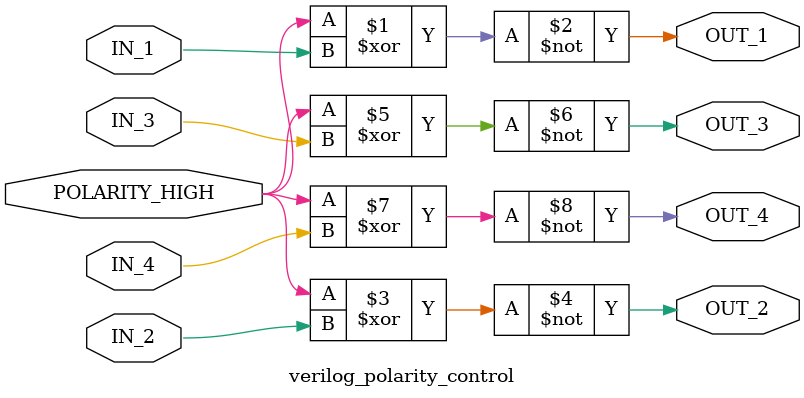
<source format=v>
module verilog_polarity_control
(
	input POLARITY_HIGH, IN_1, IN_2, IN_3, IN_4,
	
	output OUT_1, OUT_2, OUT_3, OUT_4
);

	assign OUT_1 = ~(POLARITY_HIGH ^ IN_1);
	assign OUT_2 = ~(POLARITY_HIGH ^ IN_2);
	assign OUT_3 = ~(POLARITY_HIGH ^ IN_3);
	assign OUT_4 = ~(POLARITY_HIGH ^ IN_4);
	
endmodule
</source>
